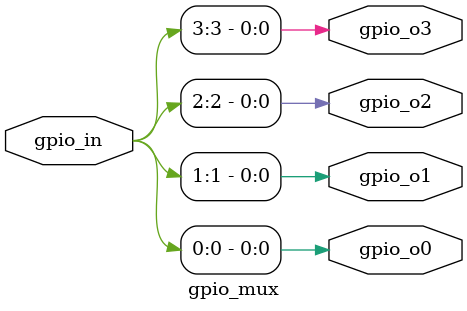
<source format=v>
`timescale 1ns / 1ps


module gpio_mux(
    input [3:0] gpio_in,
    output gpio_o0,
    output gpio_o1,
    output gpio_o2,
    output gpio_o3
    );
assign gpio_o0 = gpio_in[0];
assign gpio_o1 = gpio_in[1];
assign gpio_o2 = gpio_in[2];
assign gpio_o3 = gpio_in[3];    
    
endmodule

</source>
